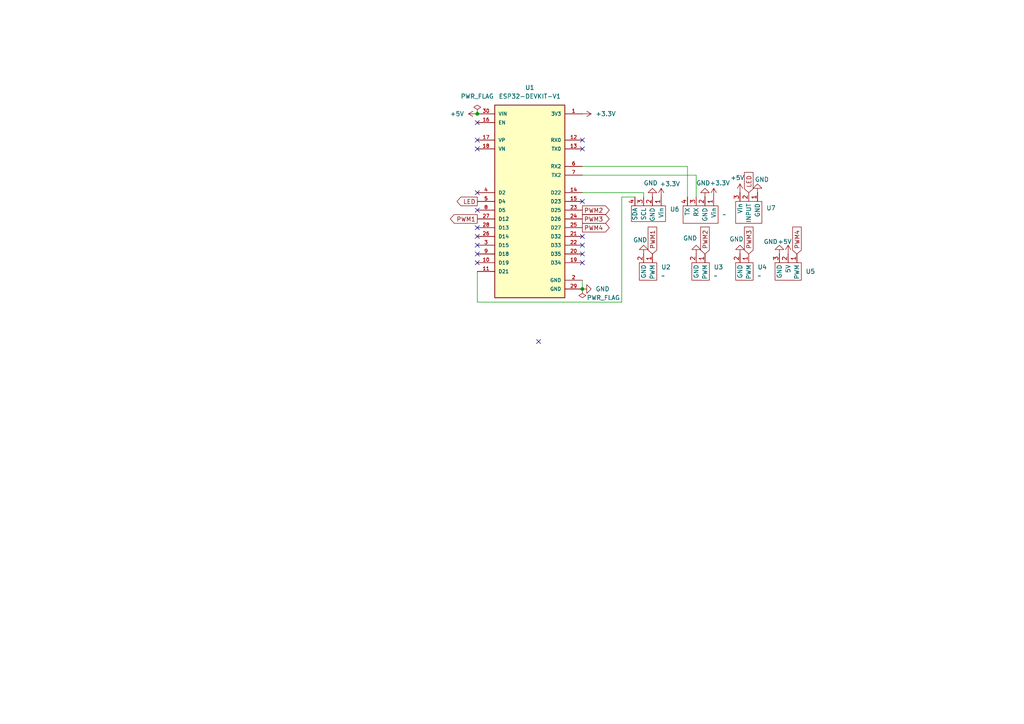
<source format=kicad_sch>
(kicad_sch (version 20250114) (generator "eeschema") (generator_version "9.0")
  (paper "A4")
  (lib_symbols
    (symbol "ESP32:ESP32-DEVKIT-V1" (pin_names (offset 1.016))
      (property "Reference" "U" (at -10.16 30.48 0))
      (property "Value" "ESP32-DEVKIT-V1" (at -10.16 -30.48 0))
      (symbol "ESP32-DEVKIT-V1_0_0"
        (rectangle (start -10.16 -27.94) (end 10.16 27.94) (stroke (width 0.254)) (fill (type background)))
        (pin input line (at -15.24 22.86 0) (length 5.08) (name "EN") (number "16"))
        (pin bidirectional line (at -15.24 17.78 0) (length 5.08) (name "VP") (number "17"))
        (pin bidirectional line (at -15.24 15.24 0) (length 5.08) (name "VN") (number "18"))
        (pin bidirectional line (at -15.24 2.54 0) (length 5.08) (name "D2") (number "4"))
        (pin bidirectional line (at -15.24 0 0) (length 5.08) (name "D4") (number "5"))
        (pin bidirectional line (at -15.24 -2.54 0) (length 5.08) (name "D5") (number "8"))
        (pin bidirectional line (at -15.24 -5.08 0) (length 5.08) (name "D12") (number "27"))
        (pin bidirectional line (at -15.24 -7.62 0) (length 5.08) (name "D13") (number "28"))
        (pin bidirectional line (at -15.24 -10.16 0) (length 5.08) (name "D14") (number "26"))
        (pin bidirectional line (at -15.24 -12.7 0) (length 5.08) (name "D15") (number "3"))
        (pin bidirectional line (at -15.24 -15.24 0) (length 5.08) (name "D18") (number "9"))
        (pin bidirectional line (at -15.24 -17.78 0) (length 5.08) (name "D19") (number "10"))
        (pin bidirectional line (at -15.24 -20.32 0) (length 5.08) (name "D21") (number "11"))
        (pin input line (at 15.24 17.78 180) (length 5.08) (name "RX0") (number "12"))
        (pin output line (at 15.24 15.24 180) (length 5.08) (name "TX0") (number "13"))
        (pin input line (at 15.24 10.16 180) (length 5.08) (name "RX2") (number "6"))
        (pin output line (at 15.24 7.62 180) (length 5.08) (name "TX2") (number "7"))
        (pin bidirectional line (at 15.24 2.54 180) (length 5.08) (name "D22") (number "14"))
        (pin bidirectional line (at 15.24 0 180) (length 5.08) (name "D23") (number "15"))
        (pin bidirectional line (at 15.24 -2.54 180) (length 5.08) (name "D25") (number "23"))
        (pin bidirectional line (at 15.24 -5.08 180) (length 5.08) (name "D26") (number "24"))
        (pin bidirectional line (at 15.24 -7.62 180) (length 5.08) (name "D27") (number "25"))
        (pin bidirectional line (at 15.24 -10.16 180) (length 5.08) (name "D32") (number "21"))
        (pin bidirectional line (at 15.24 -12.7 180) (length 5.08) (name "D33") (number "22"))
        (pin bidirectional line (at 15.24 -15.24 180) (length 5.08) (name "D35") (number "20"))
        (pin bidirectional line (at 15.24 -17.78 180) (length 5.08) (name "D34") (number "19"))
        (pin power_in line (at 15.24 -22.86 180) (length 5.08) (name "GND") (number "2"))
        (pin power_in line (at 15.24 -25.4 180) (length 5.08) (name "GND") (number "29"))
      )
      (symbol "ESP32-DEVKIT-V1_1_0"
        (pin power_in line (at -15.24 25.4 0) (length 5.08) (name "VIN") (number "30"))
        (pin power_out line (at 15.24 25.4 180) (length 5.08) (name "3V3") (number "1"))
      )
    )
    (symbol "drone:ESC"
      (property "Reference" "U" (at 0 7.874 0))
      (symbol "ESC_0_1"
        (rectangle (start -3.81 1.27) (end 3.81 6.35))
      )
      (symbol "ESC_1_1"
        (pin input line (at -2.54 -1.27 90) (length 2.54) (name "PWM") (number "1"))
        (pin power_in line (at 0 -1.27 90) (length 2.54) (name "5V") (number "2"))
        (pin power_in line (at 2.54 -1.27 90) (length 2.54) (name "GND") (number "3"))
      )
    )
    (symbol "drone:ESC_Without5V"
      (property "Reference" "U" (at 0 4.064 0))
      (symbol "ESC_Without5V_0_1"
        (rectangle (start -2.54 2.54) (end 2.54 -2.54))
      )
      (symbol "ESC_Without5V_1_1"
        (pin input line (at -1.27 -5.08 90) (length 2.54) (name "PWM") (number "1"))
        (pin power_in line (at 1.27 -5.08 90) (length 2.54) (name "GND") (number "2"))
      )
    )
    (symbol "drone:IMU"
      (property "Reference" "U" (at 0 -2.54 0))
      (symbol "IMU_0_1"
        (rectangle (start -5.08 4.572) (end 4.826 0))
      )
      (symbol "IMU_1_1"
        (pin power_in line (at -3.81 -2.54 90) (length 2.54) (name "Vin") (number "1"))
        (pin power_in line (at -1.27 -2.54 90) (length 2.54) (name "GND") (number "2"))
        (pin input line (at 1.27 -2.54 90) (length 2.54) (name "SCL") (number "3"))
        (pin bidirectional line (at 3.81 -2.54 90) (length 2.54) (name "SDA") (number "4"))
      )
    )
    (symbol "drone:LED"
      (property "Reference" "U" (at 0 7.874 0))
      (symbol "LED_0_1"
        (rectangle (start -3.81 0) (end 3.81 6.35))
      )
      (symbol "LED_1_1"
        (pin power_in line (at -2.54 -2.54 90) (length 2.54) (name "GND") (number "1"))
        (pin input line (at 0 -2.54 90) (length 2.54) (name "INPUT") (number "2"))
        (pin power_in line (at 2.54 -2.54 90) (length 2.54) (name "Vin") (number "3"))
      )
    )
    (symbol "drone:LIDAR"
      (symbol "LIDAR_0_1"
        (rectangle (start -3.81 7.62) (end 6.35 2.54))
      )
      (symbol "LIDAR_1_1"
        (pin power_in line (at -2.54 0 90) (length 2.54) (name "Vin") (number "1"))
        (pin power_in line (at 0 0 90) (length 2.54) (name "GND") (number "2"))
        (pin input line (at 2.54 0 90) (length 2.54) (name "RX") (number "3"))
        (pin output line (at 5.08 0 90) (length 2.54) (name "TX") (number "4"))
      )
    )
    (symbol "power:+3.3V" (power) (pin_numbers (hide yes)) (pin_names (offset 0) (hide yes))
      (property "Value" "+3.3V" (at 0 3.556 0))
      (symbol "+3.3V_0_1"
        (polyline (pts (xy -0.762 1.27) (xy 0 2.54)))
        (polyline (pts (xy 0 2.54) (xy 0.762 1.27)))
        (polyline (pts (xy 0 0) (xy 0 2.54)))
      )
      (symbol "+3.3V_1_1"
        (pin power_in line (at 0 0 90) (length 0) (name "~") (number "1"))
      )
    )
    (symbol "power:+5V" (power) (pin_numbers (hide yes)) (pin_names (offset 0) (hide yes))
      (property "Value" "+5V" (at 0 3.556 0))
      (symbol "+5V_0_1"
        (polyline (pts (xy -0.762 1.27) (xy 0 2.54)))
        (polyline (pts (xy 0 2.54) (xy 0.762 1.27)))
        (polyline (pts (xy 0 0) (xy 0 2.54)))
      )
      (symbol "+5V_1_1"
        (pin power_in line (at 0 0 90) (length 0) (name "~") (number "1"))
      )
    )
    (symbol "power:GND" (power) (pin_numbers (hide yes)) (pin_names (offset 0) (hide yes))
      (property "Value" "GND" (at 0 -3.81 0))
      (symbol "GND_0_1"
        (polyline (pts (xy 0 0) (xy 0 -1.27) (xy 1.27 -1.27) (xy 0 -2.54) (xy -1.27 -1.27) (xy 0 -1.27)))
      )
      (symbol "GND_1_1"
        (pin power_in line (at 0 0 270) (length 0) (name "~") (number "1"))
      )
    )
    (symbol "power:PWR_FLAG" (power) (pin_numbers (hide yes)) (pin_names (offset 0) (hide yes))
      (property "Value" "PWR_FLAG" (at 0 3.81 0))
      (symbol "PWR_FLAG_0_0"
        (pin power_out line (at 0 0 90) (length 0) (name "~") (number "1"))
      )
      (symbol "PWR_FLAG_0_1"
        (polyline (pts (xy 0 0) (xy 0 1.27) (xy -1.016 1.905) (xy 0 2.54) (xy 1.016 1.905) (xy 0 1.27)))
      )
    )
  )
  (junction (at 138.43 33.02))
  (junction (at 168.91 83.82))
  (no_connect (at 168.91 58.42))
  (no_connect (at 138.43 71.12))
  (no_connect (at 138.43 76.2))
  (no_connect (at 168.91 68.58))
  (no_connect (at 138.43 43.18))
  (no_connect (at 138.43 40.64))
  (no_connect (at 168.91 73.66))
  (no_connect (at 138.43 55.88))
  (no_connect (at 138.43 73.66))
  (no_connect (at 138.43 66.04))
  (no_connect (at 168.91 43.18))
  (no_connect (at 156.21 99.06))
  (no_connect (at 138.43 35.56))
  (no_connect (at 168.91 71.12))
  (no_connect (at 168.91 40.64))
  (no_connect (at 138.43 60.96))
  (no_connect (at 168.91 76.2))
  (no_connect (at 138.43 68.58))
  (wire (pts (xy 186.69 55.88) (xy 186.69 57.15)))
  (wire (pts (xy 199.39 48.26) (xy 168.91 48.26)))
  (wire (pts (xy 199.39 57.15) (xy 199.39 48.26)))
  (wire (pts (xy 168.91 81.28) (xy 168.91 83.82)))
  (wire (pts (xy 201.93 50.8) (xy 168.91 50.8)))
  (wire (pts (xy 138.43 87.63) (xy 180.34 87.63)))
  (wire (pts (xy 180.34 87.63) (xy 180.34 57.15)))
  (wire (pts (xy 168.91 55.88) (xy 186.69 55.88)))
  (wire (pts (xy 201.93 57.15) (xy 201.93 50.8)))
  (wire (pts (xy 138.43 78.74) (xy 138.43 87.63)))
  (wire (pts (xy 180.34 57.15) (xy 184.15 57.15)))
  (global_label "PWM4" (shape input) (at 231.14 73.66 90) (property "Intersheetrefs" "${INTERSHEET_REFS}" (effects (hide yes))))
  (global_label "LED" (shape input) (at 217.17 55.88 90) (property "Intersheetrefs" "${INTERSHEET_REFS}" (effects (hide yes))))
  (global_label "PWM4" (shape output) (at 168.91 66.04 0) (property "Intersheetrefs" "${INTERSHEET_REFS}" (effects (hide yes))))
  (global_label "PWM1" (shape input) (at 189.23 73.66 90) (property "Intersheetrefs" "${INTERSHEET_REFS}" (effects (hide yes))))
  (global_label "PWM2" (shape output) (at 168.91 60.96 0) (property "Intersheetrefs" "${INTERSHEET_REFS}" (effects (hide yes))))
  (global_label "PWM1" (shape output) (at 138.43 63.5 180) (property "Intersheetrefs" "${INTERSHEET_REFS}" (effects (hide yes))))
  (global_label "PWM3" (shape input) (at 217.17 73.66 90) (property "Intersheetrefs" "${INTERSHEET_REFS}" (effects (hide yes))))
  (global_label "LED" (shape output) (at 138.43 58.42 180) (property "Intersheetrefs" "${INTERSHEET_REFS}" (effects (hide yes))))
  (global_label "PWM2" (shape input) (at 204.47 73.66 90) (property "Intersheetrefs" "${INTERSHEET_REFS}" (effects (hide yes))))
  (global_label "PWM3" (shape output) (at 168.91 63.5 0) (property "Intersheetrefs" "${INTERSHEET_REFS}" (effects (hide yes))))
  (symbol (lib_id "power:+5V") (at 138.43 33.02 90) (unit 1)
    (property "Reference" "#PWR03" (effects (hide yes)))
    (property "Value" "+5V" (at 134.62 33.0199 90) (effects (justify left)))
    (property "Description" "Power symbol creates a global label with name \"+5V\"" (effects (hide yes)))
  )
  (symbol (lib_id "drone:LIDAR") (at 204.47 57.15 180) (unit 1)
    (property "Reference" "L1" (effects (hide yes)))
    (property "Value" "~" (at 209.55 62.2299 0) (effects (justify right)))
    (property "Footprint" "Connector_PinSocket_2.54mm:PinSocket_1x04_P2.54mm_Vertical" (effects (hide yes)))
  )
  (symbol (lib_id "power:GND") (at 186.69 73.66 180) (unit 1)
    (property "Reference" "#PWR04" (effects (hide yes)))
    (property "Value" "GND" (at 185.674 69.596 0))
    (property "Description" "Power symbol creates a global label with name \"GND\" , ground" (effects (hide yes)))
  )
  (symbol (lib_id "power:GND") (at 189.23 57.15 180) (unit 1)
    (property "Reference" "#PWR012" (effects (hide yes)))
    (property "Value" "GND" (at 188.722 53.086 0))
    (property "Description" "Power symbol creates a global label with name \"GND\" , ground" (effects (hide yes)))
  )
  (symbol (lib_id "power:GND") (at 168.91 83.82 90) (unit 1)
    (property "Reference" "#PWR01" (effects (hide yes)))
    (property "Value" "GND" (at 172.72 83.8199 90) (effects (justify right)))
    (property "Description" "Power symbol creates a global label with name \"GND\" , ground" (effects (hide yes)))
  )
  (symbol (lib_id "drone:LED") (at 217.17 58.42 180) (unit 1)
    (property "Reference" "U7" (at 222.25 60.3249 0) (effects (justify right)))
    (property "Footprint" "Connector_PinSocket_2.54mm:PinSocket_1x03_P2.54mm_Vertical" (effects (hide yes)))
  )
  (symbol (lib_id "ESP32:ESP32-DEVKIT-V1") (at 153.67 58.42 0) (unit 1)
    (property "Reference" "U1" (at 153.67 25.4 0))
    (property "Value" "ESP32-DEVKIT-V1" (at 153.67 27.94 0))
    (property "Footprint" "ESP32:MODULE_ESP32_DEVKIT_V1" (effects (hide yes)))
    (property "MF" "Do it" (effects (hide yes)))
    (property "MAXIMUM_PACKAGE_HEIGHT" "6.8 mm" (effects (hide yes)))
    (property "Package" "None" (effects (hide yes)))
    (property "Price" "None" (effects (hide yes)))
    (property "Check_prices" "https://www.snapeda.com/parts/ESP32-DEVKIT-V1/Do+it/view-part/?ref=eda" (effects (hide yes)))
    (property "STANDARD" "Manufacturer Recommendations" (effects (hide yes)))
    (property "PARTREV" "N/A" (effects (hide yes)))
    (property "SnapEDA_Link" "https://www.snapeda.com/parts/ESP32-DEVKIT-V1/Do+it/view-part/?ref=snap" (effects (hide yes)))
    (property "MP" "ESP32-DEVKIT-V1" (effects (hide yes)))
    (property "Description_1" "Dual core, Wi-Fi: 2.4 GHz up to 150 Mbits/s,BLE (Bluetooth Low Energy) and legacy Bluetooth, 32 bits, Up to 240 MHz" (effects (hide yes)))
    (property "Availability" "Not in stock" (effects (hide yes)))
    (property "MANUFACTURER" "DOIT" (effects (hide yes)))
  )
  (symbol (lib_id "power:GND") (at 219.71 55.88 180) (unit 1)
    (property "Reference" "#PWR014" (effects (hide yes)))
    (property "Value" "GND" (at 220.98 52.07 0))
    (property "Description" "Power symbol creates a global label with name \"GND\" , ground" (effects (hide yes)))
  )
  (symbol (lib_id "drone:ESC_Without5V") (at 203.2 78.74 180) (unit 1)
    (property "Reference" "U3" (at 207.01 77.4699 0) (effects (justify right)))
    (property "Value" "~" (at 207.01 80.0099 0) (effects (justify right)))
    (property "Footprint" "Connector_PinSocket_2.54mm:PinSocket_1x02_P2.54mm_Vertical" (effects (hide yes)))
  )
  (symbol (lib_id "power:PWR_FLAG") (at 168.91 83.82 180) (unit 1)
    (property "Reference" "#FLG03" (effects (hide yes)))
    (property "Value" "PWR_FLAG" (at 175.006 86.36 0))
    (property "Description" "Special symbol for telling ERC where power comes from" (effects (hide yes)))
  )
  (symbol (lib_id "drone:ESC_Without5V") (at 187.96 78.74 180) (unit 1)
    (property "Reference" "U2" (at 191.77 77.4699 0) (effects (justify right)))
    (property "Value" "~" (at 191.77 80.0099 0) (effects (justify right)))
    (property "Footprint" "Connector_PinSocket_2.54mm:PinSocket_1x02_P2.54mm_Vertical" (effects (hide yes)))
  )
  (symbol (lib_id "drone:ESC") (at 228.6 74.93 180) (unit 1)
    (property "Reference" "U5" (at 233.68 78.7399 0) (effects (justify right)))
    (property "Footprint" "Connector_PinSocket_2.54mm:PinSocket_1x03_P2.54mm_Vertical" (effects (hide yes)))
  )
  (symbol (lib_id "power:GND") (at 226.06 73.66 180) (unit 1)
    (property "Reference" "#PWR07" (effects (hide yes)))
    (property "Value" "GND" (at 223.52 70.104 0))
    (property "Description" "Power symbol creates a global label with name \"GND\" , ground" (effects (hide yes)))
  )
  (symbol (lib_id "power:GND") (at 204.47 57.15 180) (unit 1)
    (property "Reference" "#PWR011" (effects (hide yes)))
    (property "Value" "GND" (at 203.962 53.086 0))
    (property "Description" "Power symbol creates a global label with name \"GND\" , ground" (effects (hide yes)))
  )
  (symbol (lib_id "power:GND") (at 201.93 73.66 180) (unit 1)
    (property "Reference" "#PWR05" (effects (hide yes)))
    (property "Value" "GND" (at 200.152 69.088 0))
    (property "Description" "Power symbol creates a global label with name \"GND\" , ground" (effects (hide yes)))
  )
  (symbol (lib_id "power:+5V") (at 228.6 73.66 0) (unit 1)
    (property "Reference" "#PWR02" (effects (hide yes)))
    (property "Value" "+5V" (at 227.584 70.104 0))
    (property "Description" "Power symbol creates a global label with name \"+5V\"" (effects (hide yes)))
  )
  (symbol (lib_id "power:+3.3V") (at 191.77 57.15 0) (unit 1)
    (property "Reference" "#PWR010" (effects (hide yes)))
    (property "Value" "+3.3V" (at 194.31 53.34 0))
    (property "Description" "Power symbol creates a global label with name \"+3.3V\"" (effects (hide yes)))
  )
  (symbol (lib_id "power:+3.3V") (at 168.91 33.02 270) (unit 1)
    (property "Reference" "#PWR08" (effects (hide yes)))
    (property "Value" "+3.3V" (at 172.72 33.0199 90) (effects (justify left)))
    (property "Description" "Power symbol creates a global label with name \"+3.3V\"" (effects (hide yes)))
  )
  (symbol (lib_id "drone:IMU") (at 187.96 59.69 180) (unit 1)
    (property "Reference" "U6" (at 194.31 60.7059 0) (effects (justify right)))
    (property "Footprint" "Connector_PinSocket_2.54mm:PinSocket_1x04_P2.54mm_Vertical" (effects (hide yes)))
  )
  (symbol (lib_id "power:+3.3V") (at 207.01 57.15 0) (unit 1)
    (property "Reference" "#PWR09" (effects (hide yes)))
    (property "Value" "+3.3V" (at 208.788 53.086 0))
    (property "Description" "Power symbol creates a global label with name \"+3.3V\"" (effects (hide yes)))
  )
  (symbol (lib_id "power:PWR_FLAG") (at 138.43 33.02 0) (unit 1)
    (property "Reference" "#FLG02" (effects (hide yes)))
    (property "Value" "PWR_FLAG" (at 138.43 27.94 0))
    (property "Description" "Special symbol for telling ERC where power comes from" (effects (hide yes)))
  )
  (symbol (lib_id "drone:ESC_Without5V") (at 215.9 78.74 180) (unit 1)
    (property "Reference" "U4" (at 219.71 77.4699 0) (effects (justify right)))
    (property "Value" "~" (at 219.71 80.0099 0) (effects (justify right)))
    (property "Footprint" "Connector_PinSocket_2.54mm:PinSocket_1x02_P2.54mm_Vertical" (effects (hide yes)))
  )
  (symbol (lib_id "power:+5V") (at 214.63 55.88 0) (unit 1)
    (property "Reference" "#PWR013" (effects (hide yes)))
    (property "Value" "+5V" (at 213.868 51.562 0))
    (property "Description" "Power symbol creates a global label with name \"+5V\"" (effects (hide yes)))
  )
  (symbol (lib_id "power:GND") (at 214.63 73.66 180) (unit 1)
    (property "Reference" "#PWR06" (effects (hide yes)))
    (property "Value" "GND" (at 213.614 69.342 0))
    (property "Description" "Power symbol creates a global label with name \"GND\" , ground" (effects (hide yes)))
  )
)
</source>
